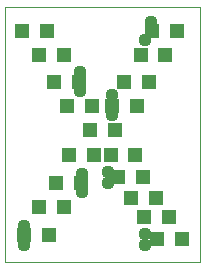
<source format=gts>
G75*
%MOIN*%
%OFA0B0*%
%FSLAX24Y24*%
%IPPOS*%
%LPD*%
%AMOC8*
5,1,8,0,0,1.08239X$1,22.5*
%
%ADD10C,0.0000*%
%ADD11R,0.0512X0.0512*%
%ADD12C,0.0437*%
D10*
X002392Y002517D02*
X002392Y011017D01*
X008892Y011017D01*
X008892Y002517D01*
X002392Y002517D01*
D11*
X003041Y003392D03*
X003868Y003392D03*
X003541Y004329D03*
X004368Y004329D03*
X004103Y005142D03*
X004930Y005142D03*
X004541Y006079D03*
X005368Y006079D03*
X005916Y006079D03*
X006166Y005329D03*
X006603Y004642D03*
X007041Y004017D03*
X007430Y004642D03*
X007868Y004017D03*
X007478Y003267D03*
X008305Y003267D03*
X006993Y005329D03*
X006743Y006079D03*
X006055Y006892D03*
X005978Y007704D03*
X005305Y007704D03*
X005228Y006892D03*
X004478Y007704D03*
X004868Y008517D03*
X004041Y008517D03*
X004368Y009392D03*
X003541Y009392D03*
X003805Y010204D03*
X002978Y010204D03*
X006353Y008517D03*
X007180Y008517D03*
X006805Y007704D03*
X006916Y009392D03*
X007291Y010204D03*
X008118Y010204D03*
X007743Y009392D03*
D12*
X007079Y009892D03*
X007267Y010517D03*
X005954Y008079D03*
X005954Y007392D03*
X004892Y008204D03*
X004892Y008829D03*
X004954Y005454D03*
X004954Y004829D03*
X005829Y005142D03*
X005829Y005517D03*
X007079Y003454D03*
X007079Y003079D03*
X003017Y003079D03*
X003017Y003704D03*
M02*

</source>
